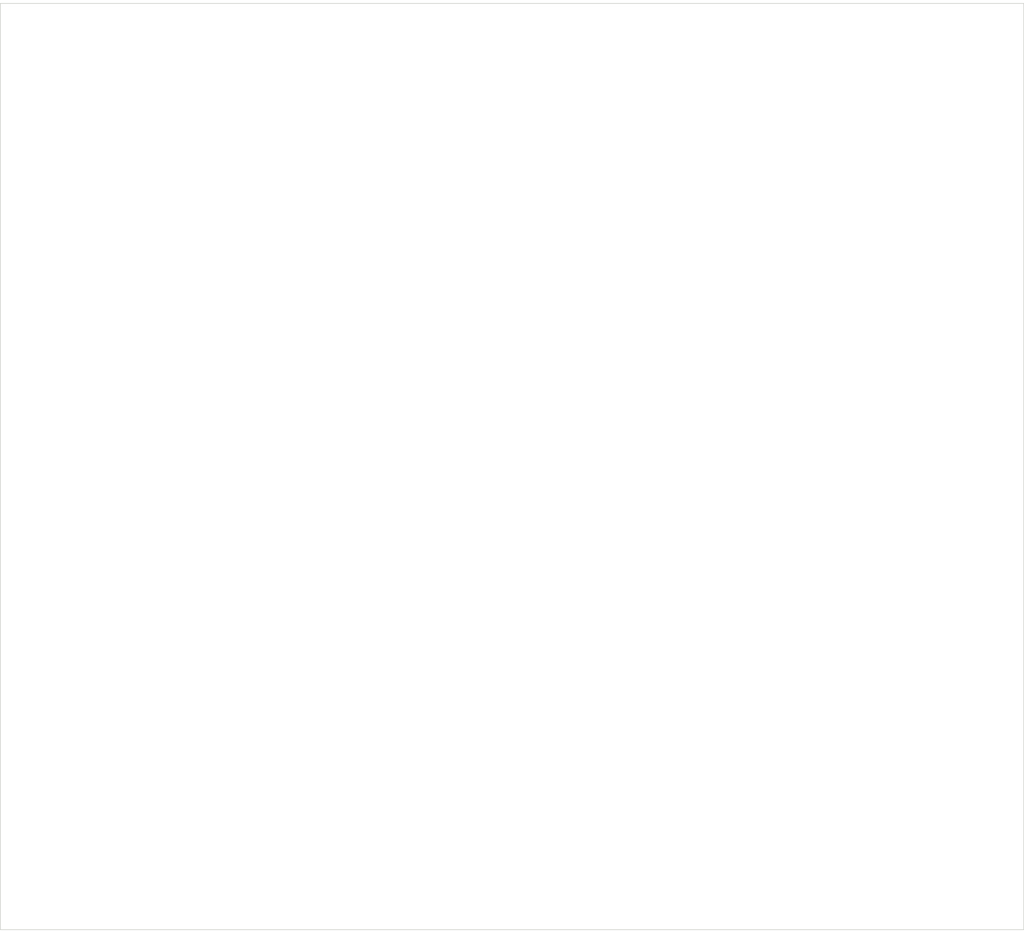
<source format=kicad_pcb>
(kicad_pcb (version 20211014) (generator pcbnew)
  (layers (0 "F.Cu" signal) (31 "B.Cu" signal) (34 "B.Paste" user) (35 "F.Paste" user) (36 "B.SilkS" user "B.Silkscreen") (37 "F.SilkS" user "F.Silkscreen") (38 "B.Mask" user) (39 "F.Mask" user) (44 "Edge.Cuts" user))
  (net 0 "")
  (footprint "MountingHole:MountingHole_3.2mm_M3" (layer "F.Cu") (at 5.08 125.5)
    (fp_text reference "REF**" hide)
    (fp_text value "MountingHole_3.2mm_M3" hide)
    (pad "" np_thru_hole oval locked (at 0 0) (size 7 3.2) (drill oval 7 3.2) (layers F&B.Cu *.Mask))
  )
  (footprint "MountingHole:MountingHole_3.2mm_M3" (layer "F.Cu") (at 136.82 125.5)
    (fp_text reference "REF**" hide)
    (fp_text value "MountingHole_3.2mm_M3" hide)
    (pad "" np_thru_hole oval locked (at 0 0) (size 7 3.2) (drill oval 7 3.2) (layers F&B.Cu *.Mask))
  )
  (footprint "MountingHole:MountingHole_3.2mm_M3" (layer "F.Cu") (at 136.82 3)
    (fp_text reference "REF**" hide)
    (fp_text value "MountingHole_3.2mm_M3" hide)
    (pad "" np_thru_hole oval locked (at 0 0) (size 7 3.2) (drill oval 7 3.2) (layers F&B.Cu *.Mask))
  )
  (footprint "MountingHole:MountingHole_3.2mm_M3" (layer "F.Cu") (at 5.08 3)
    (fp_text reference "REF**" hide)
    (fp_text value "MountingHole_3.2mm_M3" hide)
    (pad "" np_thru_hole oval locked (at 0 0) (size 7 3.2) (drill oval 7 3.2) (layers F&B.Cu *.Mask))
  )
  (gr_line (start 141.9 0) (end 141.9 128.5) (layer "Edge.Cuts") (width 0.1))
  (gr_line (start 0 128.5) (end 0 0) (layer "Edge.Cuts") (width 0.1))
  (gr_line (start 0 0) (end 141.9 0) (layer "Edge.Cuts") (width 0.1))
  (gr_line (start 141.9 128.5) (end 0 128.5) (layer "Edge.Cuts") (width 0.1))
)
</source>
